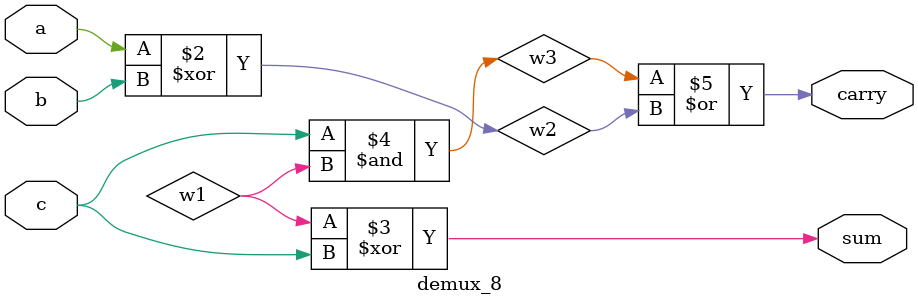
<source format=v>
module demux_8(a,b,c,sum,carry);
input a,b,c;
output sum, carry;
wire w1,w2,w3;
xor gl(wl,a,b);
xor g2 (w2,a,b);
xor g3 (sum, w1,c);
and (w3,c,w1);
or g5 (carry, w3,w2);
endmodule

</source>
